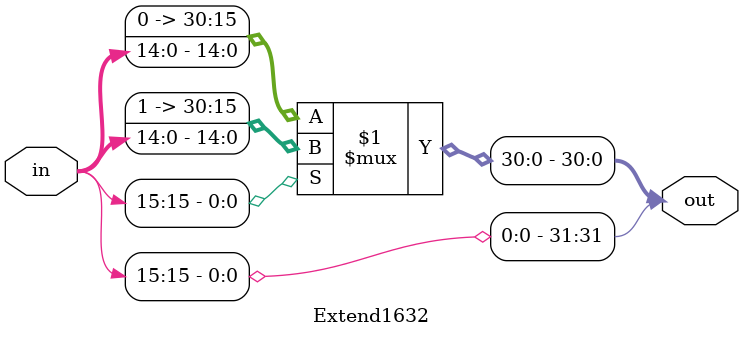
<source format=v>
module Extend1632(
		input [15:0] in,
		output wire[31:0] out
	);
	assign out[31] = in[15];
	assign out[30:0] = in[15] ? {16'b1111111111111111, in[14:0]} : {16'd0, in[14:0]};
endmodule

</source>
